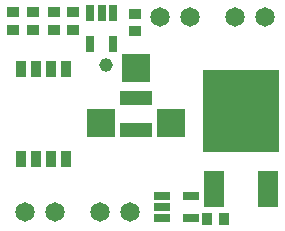
<source format=gts>
%FSLAX24Y24*%
%MOIN*%
G70*
G01*
G75*
G04 Layer_Color=8388736*
%ADD10R,0.1024X0.0433*%
%ADD11R,0.0591X0.1181*%
%ADD12R,0.2461X0.2677*%
%ADD13R,0.0276X0.0354*%
%ADD14R,0.0244X0.0480*%
%ADD15R,0.0354X0.0315*%
%ADD16R,0.0512X0.0217*%
%ADD17R,0.0354X0.0276*%
%ADD18R,0.0299X0.0500*%
%ADD19C,0.0200*%
%ADD20C,0.0300*%
%ADD21R,0.0866X0.0866*%
%ADD22C,0.0591*%
%ADD23C,0.0400*%
%ADD24C,0.0100*%
%ADD25C,0.0098*%
%ADD26C,0.0079*%
%ADD27C,0.0050*%
%ADD28C,0.0080*%
%ADD29R,0.1084X0.0493*%
%ADD30R,0.0651X0.1241*%
%ADD31R,0.2521X0.2737*%
%ADD32R,0.0336X0.0414*%
%ADD33R,0.0304X0.0540*%
%ADD34R,0.0414X0.0375*%
%ADD35R,0.0572X0.0277*%
%ADD36R,0.0414X0.0336*%
%ADD37R,0.0359X0.0560*%
%ADD38R,0.0926X0.0926*%
%ADD39C,0.0651*%
%ADD40C,0.0460*%
D29*
X14700Y13719D02*
D03*
Y14782D02*
D03*
D30*
X17300Y11750D02*
D03*
X19100D02*
D03*
D31*
X18200Y14348D02*
D03*
D32*
X17645Y10750D02*
D03*
X17055D02*
D03*
D33*
X13924Y16584D02*
D03*
X13176D02*
D03*
Y17616D02*
D03*
X13550D02*
D03*
X13924D02*
D03*
D34*
X14650Y17024D02*
D03*
Y17576D02*
D03*
D35*
X15558Y11524D02*
D03*
Y11150D02*
D03*
Y10776D02*
D03*
X16542D02*
D03*
Y11524D02*
D03*
D36*
X11250Y17645D02*
D03*
Y17055D02*
D03*
X11950Y17645D02*
D03*
Y17055D02*
D03*
X12600Y17645D02*
D03*
Y17055D02*
D03*
X10600Y17645D02*
D03*
Y17055D02*
D03*
D37*
X10850Y15750D02*
D03*
X11350D02*
D03*
X11850D02*
D03*
X12350D02*
D03*
Y12750D02*
D03*
X11850D02*
D03*
X11350D02*
D03*
X10850D02*
D03*
D38*
X15881Y13950D02*
D03*
X13519D02*
D03*
X14700Y15800D02*
D03*
D39*
X16500Y17500D02*
D03*
X15500D02*
D03*
X12000Y11000D02*
D03*
X11000D02*
D03*
X13500D02*
D03*
X14500D02*
D03*
X18000Y17500D02*
D03*
X19000D02*
D03*
D40*
X13700Y15900D02*
D03*
M02*

</source>
